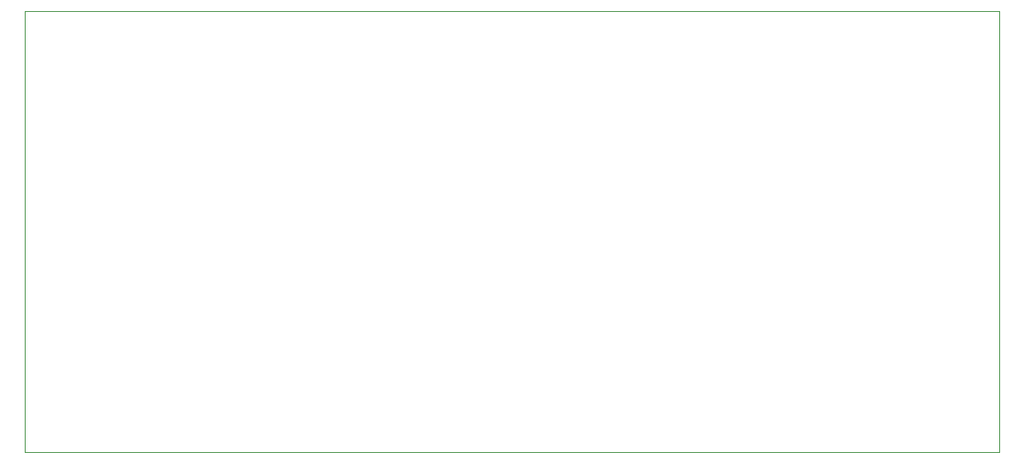
<source format=gbr>
%TF.GenerationSoftware,KiCad,Pcbnew,8.0.2*%
%TF.CreationDate,2024-10-21T09:55:01-04:00*%
%TF.ProjectId,Pi_Board,50695f42-6f61-4726-942e-6b696361645f,rev?*%
%TF.SameCoordinates,Original*%
%TF.FileFunction,Profile,NP*%
%FSLAX46Y46*%
G04 Gerber Fmt 4.6, Leading zero omitted, Abs format (unit mm)*
G04 Created by KiCad (PCBNEW 8.0.2) date 2024-10-21 09:55:01*
%MOMM*%
%LPD*%
G01*
G04 APERTURE LIST*
%TA.AperFunction,Profile*%
%ADD10C,0.100000*%
%TD*%
G04 APERTURE END LIST*
D10*
X112950000Y-53400000D02*
X209550000Y-53400000D01*
X209550000Y-97200000D01*
X112950000Y-97200000D01*
X112950000Y-53400000D01*
M02*

</source>
